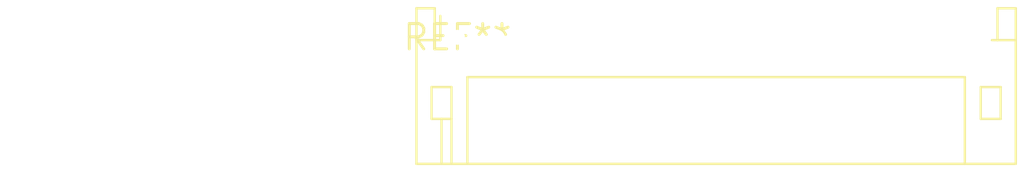
<source format=kicad_pcb>
(kicad_pcb (version 20240108) (generator pcbnew)
  (layers (0 "F.Cu" signal) (31 "B.Cu" signal) (34 "B.Paste" user) (35 "F.Paste" user) (36 "B.SilkS" user "B.Silkscreen") (37 "F.SilkS" user "F.Silkscreen") (38 "B.Mask" user) (39 "F.Mask" user) (44 "Edge.Cuts" user))
  (net 0 "")
  (footprint "JST_PH_S14B-PH-K_1x14_P2.00mm_Horizontal" (layer "F.Cu") (at 0 0)
    (property "Reference" "REF**")
    (property "Value" "JST_PH_S14B-PH-K_1x14_P2.00mm_Horizontal")
    (fp_line (start -2.06 -1.46) (end -2.06 6.36) (layer "F.SilkS") (stroke (width 0.12)))
    (fp_line (start -2.06 0.14) (end -1.14 0.14) (layer "F.SilkS") (stroke (width 0.12)))
    (fp_line (start -2.06 6.36) (end 28.06 6.36) (layer "F.SilkS") (stroke (width 0.12)))
    (fp_line (start -1.3 2.5) (end -1.3 4.1) (layer "F.SilkS") (stroke (width 0.12)))
    (fp_line (start -1.3 4.1) (end -0.3 4.1) (layer "F.SilkS") (stroke (width 0.12)))
    (fp_line (start -1.14 -1.46) (end -2.06 -1.46) (layer "F.SilkS") (stroke (width 0.12)))
    (fp_line (start -1.14 0.14) (end -1.14 -1.46) (layer "F.SilkS") (stroke (width 0.12)))
    (fp_line (start -0.86 0.14) (end -1.14 0.14) (layer "F.SilkS") (stroke (width 0.12)))
    (fp_line (start -0.86 0.14) (end -0.86 -1.075) (layer "F.SilkS") (stroke (width 0.12)))
    (fp_line (start -0.8 4.1) (end -0.8 6.36) (layer "F.SilkS") (stroke (width 0.12)))
    (fp_line (start -0.3 2.5) (end -1.3 2.5) (layer "F.SilkS") (stroke (width 0.12)))
    (fp_line (start -0.3 4.1) (end -0.3 2.5) (layer "F.SilkS") (stroke (width 0.12)))
    (fp_line (start -0.3 4.1) (end -0.3 6.36) (layer "F.SilkS") (stroke (width 0.12)))
    (fp_line (start 0.5 2) (end 25.5 2) (layer "F.SilkS") (stroke (width 0.12)))
    (fp_line (start 0.5 6.36) (end 0.5 2) (layer "F.SilkS") (stroke (width 0.12)))
    (fp_line (start 25.5 2) (end 25.5 6.36) (layer "F.SilkS") (stroke (width 0.12)))
    (fp_line (start 26.3 2.5) (end 27.3 2.5) (layer "F.SilkS") (stroke (width 0.12)))
    (fp_line (start 26.3 4.1) (end 26.3 2.5) (layer "F.SilkS") (stroke (width 0.12)))
    (fp_line (start 27.14 -1.46) (end 27.14 0.14) (layer "F.SilkS") (stroke (width 0.12)))
    (fp_line (start 27.14 0.14) (end 26.86 0.14) (layer "F.SilkS") (stroke (width 0.12)))
    (fp_line (start 27.3 2.5) (end 27.3 4.1) (layer "F.SilkS") (stroke (width 0.12)))
    (fp_line (start 27.3 4.1) (end 26.3 4.1) (layer "F.SilkS") (stroke (width 0.12)))
    (fp_line (start 28.06 -1.46) (end 27.14 -1.46) (layer "F.SilkS") (stroke (width 0.12)))
    (fp_line (start 28.06 0.14) (end 27.14 0.14) (layer "F.SilkS") (stroke (width 0.12)))
    (fp_line (start 28.06 6.36) (end 28.06 -1.46) (layer "F.SilkS") (stroke (width 0.12)))
    (pad "1" thru_hole roundrect (at 0 0) (size 1.2 1.75) (drill 0.75) (layers *.Cu *.Mask) (remove_unused_layers) (roundrect_rratio 0.208333))
    (pad "2" thru_hole oval (at 2 0) (size 1.2 1.75) (drill 0.75) (layers *.Cu *.Mask) (remove_unused_layers))
    (pad "3" thru_hole oval (at 4 0) (size 1.2 1.75) (drill 0.75) (layers *.Cu *.Mask) (remove_unused_layers))
    (pad "4" thru_hole oval (at 6 0) (size 1.2 1.75) (drill 0.75) (layers *.Cu *.Mask) (remove_unused_layers))
    (pad "5" thru_hole oval (at 8 0) (size 1.2 1.75) (drill 0.75) (layers *.Cu *.Mask) (remove_unused_layers))
    (pad "6" thru_hole oval (at 10 0) (size 1.2 1.75) (drill 0.75) (layers *.Cu *.Mask) (remove_unused_layers))
    (pad "7" thru_hole oval (at 12 0) (size 1.2 1.75) (drill 0.75) (layers *.Cu *.Mask) (remove_unused_layers))
    (pad "8" thru_hole oval (at 14 0) (size 1.2 1.75) (drill 0.75) (layers *.Cu *.Mask) (remove_unused_layers))
    (pad "9" thru_hole oval (at 16 0) (size 1.2 1.75) (drill 0.75) (layers *.Cu *.Mask) (remove_unused_layers))
    (pad "10" thru_hole oval (at 18 0) (size 1.2 1.75) (drill 0.75) (layers *.Cu *.Mask) (remove_unused_layers))
    (pad "11" thru_hole oval (at 20 0) (size 1.2 1.75) (drill 0.75) (layers *.Cu *.Mask) (remove_unused_layers))
    (pad "12" thru_hole oval (at 22 0) (size 1.2 1.75) (drill 0.75) (layers *.Cu *.Mask) (remove_unused_layers))
    (pad "13" thru_hole oval (at 24 0) (size 1.2 1.75) (drill 0.75) (layers *.Cu *.Mask) (remove_unused_layers))
    (pad "14" thru_hole oval (at 26 0) (size 1.2 1.75) (drill 0.75) (layers *.Cu *.Mask) (remove_unused_layers))
  )
)
</source>
